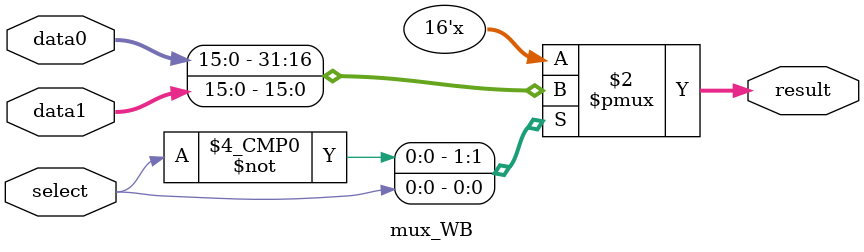
<source format=sv>
module mux_WB( input logic [15:0] data0,
					input logic [15:0] data1,
					input logic select,
					output logic [15:0] result);

  always_comb begin
	  case (select)
			
				 1'b0: begin // acciones para ADD
						result = data0;			// fuente del segundo dato para la alu (contenido de registro)
				 end
				 1'b1: begin // acciones para ADD
						result = data1;			// fuente del segundo dato para la alu (contenido de registro)
				 end
				 default: begin // acciones para NOT (stall)
						result = data0;			// fuente del segundo dato para la alu (contenido de registro)
				 end
		endcase
  end

endmodule
</source>
